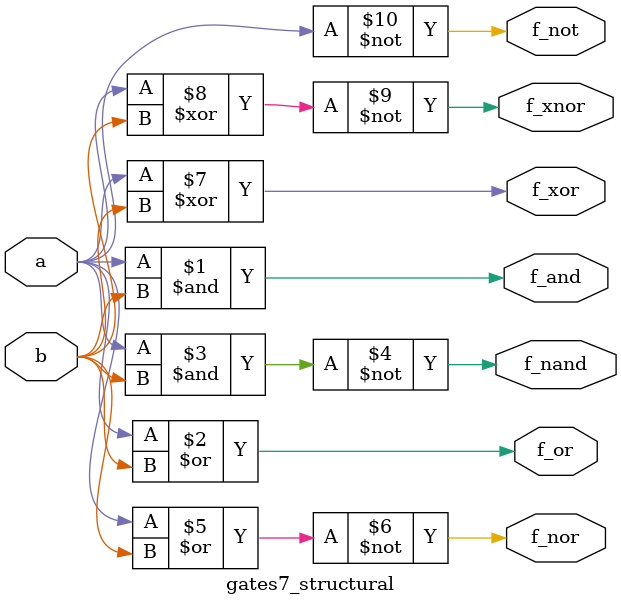
<source format=v>
module gates7_structural(a,b,f_and,f_or,f_not,f_nand,f_nor,f_xor,f_xnor);
	input a,b;
	output f_and,f_or,f_not,f_nand,f_nor,f_xor,f_xnor;
	and i1 (f_and,a,b);
	or  i2 (f_or,a,b);
	not i3 (f_not,a);
	nand i4 (f_nand,a,b);
	nor i5 (f_nor,a,b);
	xor i6 (f_xor,a,b);
	xnor i7 (f_xnor,a,b);
endmodule

</source>
